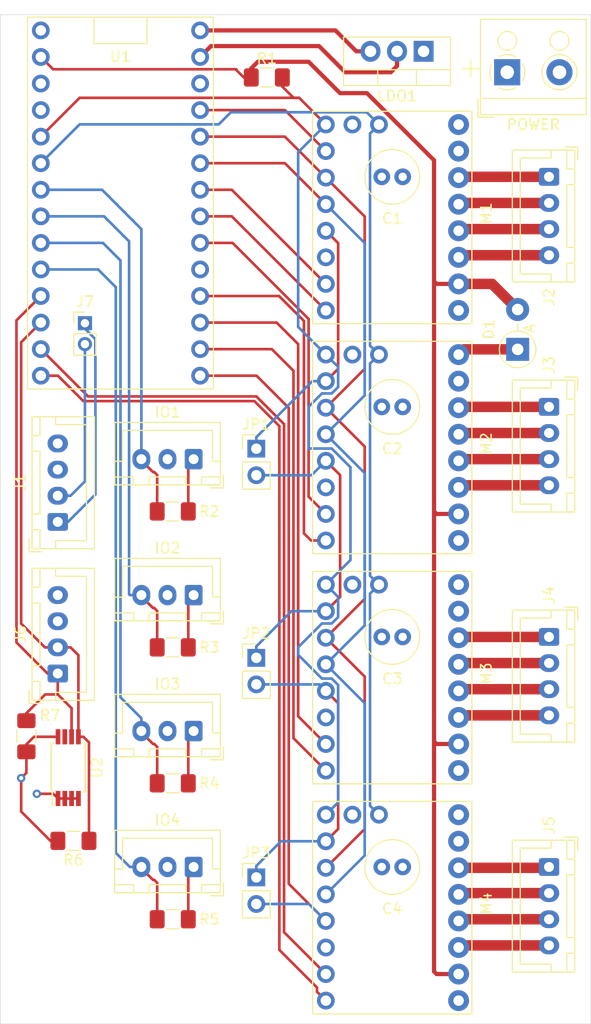
<source format=kicad_pcb>
(kicad_pcb (version 20171130) (host pcbnew 5.1.5+dfsg1-2build2)
  (layers (0 F.Cu signal) (1 In1.Cu signal hide) (2 In2.Cu signal hide) (31 B.Cu signal) (34 B.Paste user) (35 F.Paste user) (36 B.SilkS user hide) (37 F.SilkS user) (38 B.Mask user hide) (39 F.Mask user) (44 Edge.Cuts user))
  (net 0 "")
  (net 1 +12V)
  (net 2 GND)
  (net 3 "Net-(J2-Pad1)")
  (net 4 "Net-(J2-Pad2)")
  (net 5 "Net-(J2-Pad3)")
  (net 6 "Net-(J2-Pad4)")
  (net 7 "Net-(J3-Pad4)")
  (net 8 "Net-(J3-Pad3)")
  (net 9 "Net-(J3-Pad2)")
  (net 10 "Net-(J3-Pad1)")
  (net 11 "Net-(J4-Pad1)")
  (net 12 "Net-(J4-Pad2)")
  (net 13 "Net-(J4-Pad3)")
  (net 14 "Net-(J4-Pad4)")
  (net 15 "Net-(J5-Pad4)")
  (net 16 "Net-(J5-Pad3)")
  (net 17 "Net-(J5-Pad2)")
  (net 18 "Net-(J5-Pad1)")
  (net 19 MOTOR_ENABLE)
  (net 20 MOTOR1_SDI)
  (net 21 MOTOR_SPI_CLK)
  (net 22 MOTOR_CS)
  (net 23 MOTOR1_SDO)
  (net 24 "Net-(M1-Pad6)")
  (net 25 MOTOR1_STEP)
  (net 26 MOTOR1_DIR)
  (net 27 +3V3)
  (net 28 "Net-(M1-Pad17)")
  (net 29 MOTOR_INT)
  (net 30 "Net-(M2-Pad17)")
  (net 31 MOTOR2_DIR)
  (net 32 MOTOR2_STEP)
  (net 33 "Net-(M2-Pad6)")
  (net 34 MOTOR2_SDO)
  (net 35 MOTOR3_SDO)
  (net 36 "Net-(M3-Pad6)")
  (net 37 MOTOR3_STEP)
  (net 38 MOTOR3_DIR)
  (net 39 "Net-(M3-Pad17)")
  (net 40 "Net-(M4-Pad17)")
  (net 41 MOTOR4_DIR)
  (net 42 MOTOR4_STEP)
  (net 43 "Net-(M4-Pad6)")
  (net 44 MOTOR4_SDO)
  (net 45 "Net-(U1-Pad1)")
  (net 46 "Net-(U1-Pad3)")
  (net 47 "Net-(U1-Pad4)")
  (net 48 "Net-(U1-Pad19)")
  (net 49 "Net-(U1-Pad26)")
  (net 50 IO1)
  (net 51 IO2)
  (net 52 IO3)
  (net 53 IO4)
  (net 54 SCL)
  (net 55 SDA)
  (net 56 "Net-(LDO1-Pad3)")
  (net 57 "Net-(J1-Pad1)")
  (net 58 "Net-(J1-Pad2)")
  (net 59 "Net-(U2-Pad7)")
  (module Components:SILENT_STEP_STICK (layer F.Cu) (at 146 72)
    (fp_text reference M2 (at 9 8.5 90) (layer F.SilkS))
    (fp_text value SILENT_STEP_STICK)
    (pad 18 thru_hole circle (at -1.27 0) (size 1.7 1.7) (drill 1) (layers *.Cu *.Mask) (net 29 MOTOR_INT))
    (pad 17 thru_hole circle (at -3.81 0) (size 1.7 1.7) (drill 1) (layers *.Cu *.Mask) (net 30 "Net-(M2-Pad17)"))
    (pad 16 thru_hole circle (at 6.35 0) (size 2 2) (drill 1) (layers *.Cu *.Mask) (net 1 +12V))
    (pad 15 thru_hole circle (at 6.35 2.54) (size 2 2) (drill 1) (layers *.Cu *.Mask) (net 2 GND))
    (pad 14 thru_hole circle (at 6.35 5.08) (size 2 2) (drill 1) (layers *.Cu *.Mask) (net 10 "Net-(J3-Pad1)"))
    (pad 13 thru_hole circle (at 6.35 7.62) (size 2 2) (drill 1) (layers *.Cu *.Mask) (net 9 "Net-(J3-Pad2)"))
    (pad 12 thru_hole circle (at 6.35 10.16) (size 2 2) (drill 1) (layers *.Cu *.Mask) (net 8 "Net-(J3-Pad3)"))
    (pad 11 thru_hole circle (at 6.35 12.7) (size 2 2) (drill 1) (layers *.Cu *.Mask) (net 7 "Net-(J3-Pad4)"))
    (pad 10 thru_hole circle (at 6.35 15.24) (size 2 2) (drill 1) (layers *.Cu *.Mask) (net 27 +3V3))
    (pad 9 thru_hole circle (at 6.35 17.78) (size 2 2) (drill 1) (layers *.Cu *.Mask) (net 2 GND))
    (pad 8 thru_hole circle (at -6.35 17.78) (size 1.7 1.7) (drill 1) (layers *.Cu *.Mask) (net 31 MOTOR2_DIR))
    (pad 7 thru_hole circle (at -6.35 15.24) (size 1.7 1.7) (drill 1) (layers *.Cu *.Mask) (net 32 MOTOR2_STEP))
    (pad 6 thru_hole circle (at -6.35 12.7) (size 1.7 1.7) (drill 1) (layers *.Cu *.Mask) (net 33 "Net-(M2-Pad6)"))
    (pad 5 thru_hole circle (at -6.35 10.16) (size 1.7 1.7) (drill 1) (layers *.Cu *.Mask) (net 34 MOTOR2_SDO))
    (pad 4 thru_hole circle (at -6.35 7.62) (size 1.7 1.7) (drill 1) (layers *.Cu *.Mask) (net 22 MOTOR_CS))
    (pad 3 thru_hole circle (at -6.35 5.08) (size 1.7 1.7) (drill 1) (layers *.Cu *.Mask) (net 21 MOTOR_SPI_CLK))
    (pad 2 thru_hole circle (at -6.35 2.54) (size 1.7 1.7) (drill 1) (layers *.Cu *.Mask) (net 23 MOTOR1_SDO))
    (pad 1 thru_hole circle (at -6.35 0) (size 1.7 1.7) (drill 1) (layers *.Cu *.Mask) (net 19 MOTOR_ENABLE))
  )
  (module Components:SILENT_STEP_STICK (layer F.Cu) (at 146 116)
    (fp_text reference M4 (at 9 8.5 90) (layer F.SilkS))
    (fp_text value SILENT_STEP_STICK)
    (pad 18 thru_hole circle (at -1.27 0) (size 1.7 1.7) (drill 1) (layers *.Cu *.Mask) (net 29 MOTOR_INT))
    (pad 17 thru_hole circle (at -3.81 0) (size 1.7 1.7) (drill 1) (layers *.Cu *.Mask) (net 40 "Net-(M4-Pad17)"))
    (pad 16 thru_hole circle (at 6.35 0) (size 2 2) (drill 1) (layers *.Cu *.Mask) (net 1 +12V))
    (pad 15 thru_hole circle (at 6.35 2.54) (size 2 2) (drill 1) (layers *.Cu *.Mask) (net 2 GND))
    (pad 14 thru_hole circle (at 6.35 5.08) (size 2 2) (drill 1) (layers *.Cu *.Mask) (net 18 "Net-(J5-Pad1)"))
    (pad 13 thru_hole circle (at 6.35 7.62) (size 2 2) (drill 1) (layers *.Cu *.Mask) (net 17 "Net-(J5-Pad2)"))
    (pad 12 thru_hole circle (at 6.35 10.16) (size 2 2) (drill 1) (layers *.Cu *.Mask) (net 16 "Net-(J5-Pad3)"))
    (pad 11 thru_hole circle (at 6.35 12.7) (size 2 2) (drill 1) (layers *.Cu *.Mask) (net 15 "Net-(J5-Pad4)"))
    (pad 10 thru_hole circle (at 6.35 15.24) (size 2 2) (drill 1) (layers *.Cu *.Mask) (net 27 +3V3))
    (pad 9 thru_hole circle (at 6.35 17.78) (size 2 2) (drill 1) (layers *.Cu *.Mask) (net 2 GND))
    (pad 8 thru_hole circle (at -6.35 17.78) (size 1.7 1.7) (drill 1) (layers *.Cu *.Mask) (net 41 MOTOR4_DIR))
    (pad 7 thru_hole circle (at -6.35 15.24) (size 1.7 1.7) (drill 1) (layers *.Cu *.Mask) (net 42 MOTOR4_STEP))
    (pad 6 thru_hole circle (at -6.35 12.7) (size 1.7 1.7) (drill 1) (layers *.Cu *.Mask) (net 43 "Net-(M4-Pad6)"))
    (pad 5 thru_hole circle (at -6.35 10.16) (size 1.7 1.7) (drill 1) (layers *.Cu *.Mask) (net 44 MOTOR4_SDO))
    (pad 4 thru_hole circle (at -6.35 7.62) (size 1.7 1.7) (drill 1) (layers *.Cu *.Mask) (net 22 MOTOR_CS))
    (pad 3 thru_hole circle (at -6.35 5.08) (size 1.7 1.7) (drill 1) (layers *.Cu *.Mask) (net 21 MOTOR_SPI_CLK))
    (pad 2 thru_hole circle (at -6.35 2.54) (size 1.7 1.7) (drill 1) (layers *.Cu *.Mask) (net 35 MOTOR3_SDO))
    (pad 1 thru_hole circle (at -6.35 0) (size 1.7 1.7) (drill 1) (layers *.Cu *.Mask) (net 19 MOTOR_ENABLE))
  )
  (module Components:NRF52840_ITSY_BITSY (layer F.Cu) (at 120 41)
    (fp_text reference U1 (at 0 2.5) (layer F.SilkS))
    (fp_text value NRF52840_ITSY_BITSY)
    (pad 28 thru_hole circle (at 7.62 0) (size 1.7 1.7) (drill 1) (layers *.Cu *.Mask) (net 56 "Net-(LDO1-Pad3)"))
    (pad 27 thru_hole circle (at 7.62 2.54) (size 1.7 1.7) (drill 1) (layers *.Cu *.Mask) (net 2 GND))
    (pad 26 thru_hole circle (at 7.62 5.08) (size 1.7 1.7) (drill 1) (layers *.Cu *.Mask) (net 49 "Net-(U1-Pad26)"))
    (pad 25 thru_hole circle (at 7.62 7.62) (size 1.7 1.7) (drill 1) (layers *.Cu *.Mask) (net 20 MOTOR1_SDI))
    (pad 24 thru_hole circle (at 7.62 10.16) (size 1.7 1.7) (drill 1) (layers *.Cu *.Mask) (net 21 MOTOR_SPI_CLK))
    (pad 23 thru_hole circle (at 7.62 12.7) (size 1.7 1.7) (drill 1) (layers *.Cu *.Mask) (net 22 MOTOR_CS))
    (pad 22 thru_hole circle (at 7.62 15.24) (size 1.7 1.7) (drill 1) (layers *.Cu *.Mask) (net 25 MOTOR1_STEP))
    (pad 21 thru_hole circle (at 7.62 17.78) (size 1.7 1.7) (drill 1) (layers *.Cu *.Mask) (net 26 MOTOR1_DIR))
    (pad 20 thru_hole circle (at 7.62 20.32) (size 1.7 1.7) (drill 1) (layers *.Cu *.Mask) (net 32 MOTOR2_STEP))
    (pad 19 thru_hole circle (at 7.62 22.86) (size 1.7 1.7) (drill 1) (layers *.Cu *.Mask) (net 48 "Net-(U1-Pad19)"))
    (pad 18 thru_hole circle (at 7.62 25.4) (size 1.7 1.7) (drill 1) (layers *.Cu *.Mask) (net 31 MOTOR2_DIR))
    (pad 17 thru_hole circle (at 7.62 27.94) (size 1.7 1.7) (drill 1) (layers *.Cu *.Mask) (net 37 MOTOR3_STEP))
    (pad 16 thru_hole circle (at 7.62 30.48) (size 1.7 1.7) (drill 1) (layers *.Cu *.Mask) (net 38 MOTOR3_DIR))
    (pad 15 thru_hole circle (at 7.62 33.02) (size 1.7 1.7) (drill 1) (layers *.Cu *.Mask) (net 44 MOTOR4_SDO))
    (pad 14 thru_hole circle (at -7.62 33.02) (size 1.7 1.7) (drill 1) (layers *.Cu *.Mask) (net 41 MOTOR4_DIR))
    (pad 13 thru_hole circle (at -7.62 30.48) (size 1.7 1.7) (drill 1) (layers *.Cu *.Mask) (net 42 MOTOR4_STEP))
    (pad 12 thru_hole circle (at -7.62 27.94) (size 1.7 1.7) (drill 1) (layers *.Cu *.Mask) (net 55 SDA))
    (pad 11 thru_hole circle (at -7.62 25.4) (size 1.7 1.7) (drill 1) (layers *.Cu *.Mask) (net 54 SCL))
    (pad 10 thru_hole circle (at -7.62 22.86) (size 1.7 1.7) (drill 1) (layers *.Cu *.Mask) (net 53 IO4))
    (pad 9 thru_hole circle (at -7.62 20.32) (size 1.7 1.7) (drill 1) (layers *.Cu *.Mask) (net 52 IO3))
    (pad 8 thru_hole circle (at -7.62 17.78) (size 1.7 1.7) (drill 1) (layers *.Cu *.Mask) (net 51 IO2))
    (pad 7 thru_hole circle (at -7.62 15.24) (size 1.7 1.7) (drill 1) (layers *.Cu *.Mask) (net 50 IO1))
    (pad 6 thru_hole circle (at -7.62 12.7) (size 1.7 1.7) (drill 1) (layers *.Cu *.Mask) (net 29 MOTOR_INT))
    (pad 5 thru_hole circle (at -7.62 10.16) (size 1.7 1.7) (drill 1) (layers *.Cu *.Mask) (net 19 MOTOR_ENABLE))
    (pad 4 thru_hole circle (at -7.62 7.62) (size 1.7 1.7) (drill 1) (layers *.Cu *.Mask) (net 47 "Net-(U1-Pad4)"))
    (pad 3 thru_hole circle (at -7.62 5.08) (size 1.7 1.7) (drill 1) (layers *.Cu *.Mask) (net 46 "Net-(U1-Pad3)"))
    (pad 2 thru_hole circle (at -7.62 2.54) (size 1.7 1.7) (drill 1) (layers *.Cu *.Mask) (net 27 +3V3))
    (pad 1 thru_hole circle (at -7.62 0) (size 1.7 1.7) (drill 1) (layers *.Cu *.Mask) (net 45 "Net-(U1-Pad1)"))
  )
  (module Components:SILENT_STEP_STICK (layer F.Cu) (at 146 50)
    (fp_text reference M1 (at 9 8.5 90) (layer F.SilkS))
    (fp_text value SILENT_STEP_STICK)
    (pad 18 thru_hole circle (at -1.27 0) (size 1.7 1.7) (drill 1) (layers *.Cu *.Mask) (net 29 MOTOR_INT))
    (pad 17 thru_hole circle (at -3.81 0) (size 1.7 1.7) (drill 1) (layers *.Cu *.Mask) (net 28 "Net-(M1-Pad17)"))
    (pad 16 thru_hole circle (at 6.35 0) (size 2 2) (drill 1) (layers *.Cu *.Mask) (net 1 +12V))
    (pad 15 thru_hole circle (at 6.35 2.54) (size 2 2) (drill 1) (layers *.Cu *.Mask) (net 2 GND))
    (pad 14 thru_hole circle (at 6.35 5.08) (size 2 2) (drill 1) (layers *.Cu *.Mask) (net 3 "Net-(J2-Pad1)"))
    (pad 13 thru_hole circle (at 6.35 7.62) (size 2 2) (drill 1) (layers *.Cu *.Mask) (net 4 "Net-(J2-Pad2)"))
    (pad 12 thru_hole circle (at 6.35 10.16) (size 2 2) (drill 1) (layers *.Cu *.Mask) (net 5 "Net-(J2-Pad3)"))
    (pad 11 thru_hole circle (at 6.35 12.7) (size 2 2) (drill 1) (layers *.Cu *.Mask) (net 6 "Net-(J2-Pad4)"))
    (pad 10 thru_hole circle (at 6.35 15.24) (size 2 2) (drill 1) (layers *.Cu *.Mask) (net 27 +3V3))
    (pad 9 thru_hole circle (at 6.35 17.78) (size 2 2) (drill 1) (layers *.Cu *.Mask) (net 2 GND))
    (pad 8 thru_hole circle (at -6.35 17.78) (size 1.7 1.7) (drill 1) (layers *.Cu *.Mask) (net 26 MOTOR1_DIR))
    (pad 7 thru_hole circle (at -6.35 15.24) (size 1.7 1.7) (drill 1) (layers *.Cu *.Mask) (net 25 MOTOR1_STEP))
    (pad 6 thru_hole circle (at -6.35 12.7) (size 1.7 1.7) (drill 1) (layers *.Cu *.Mask) (net 24 "Net-(M1-Pad6)"))
    (pad 5 thru_hole circle (at -6.35 10.16) (size 1.7 1.7) (drill 1) (layers *.Cu *.Mask) (net 23 MOTOR1_SDO))
    (pad 4 thru_hole circle (at -6.35 7.62) (size 1.7 1.7) (drill 1) (layers *.Cu *.Mask) (net 22 MOTOR_CS))
    (pad 3 thru_hole circle (at -6.35 5.08) (size 1.7 1.7) (drill 1) (layers *.Cu *.Mask) (net 21 MOTOR_SPI_CLK))
    (pad 2 thru_hole circle (at -6.35 2.54) (size 1.7 1.7) (drill 1) (layers *.Cu *.Mask) (net 20 MOTOR1_SDI))
    (pad 1 thru_hole circle (at -6.35 0) (size 1.7 1.7) (drill 1) (layers *.Cu *.Mask) (net 19 MOTOR_ENABLE))
  )
  (module Components:SILENT_STEP_STICK (layer F.Cu) (at 146 94)
    (fp_text reference M3 (at 9 8.5 90) (layer F.SilkS))
    (fp_text value SILENT_STEP_STICK)
    (pad 18 thru_hole circle (at -1.27 0) (size 1.7 1.7) (drill 1) (layers *.Cu *.Mask) (net 29 MOTOR_INT))
    (pad 17 thru_hole circle (at -3.81 0) (size 1.7 1.7) (drill 1) (layers *.Cu *.Mask) (net 39 "Net-(M3-Pad17)"))
    (pad 16 thru_hole circle (at 6.35 0) (size 2 2) (drill 1) (layers *.Cu *.Mask) (net 1 +12V))
    (pad 15 thru_hole circle (at 6.35 2.54) (size 2 2) (drill 1) (layers *.Cu *.Mask) (net 2 GND))
    (pad 14 thru_hole circle (at 6.35 5.08) (size 2 2) (drill 1) (layers *.Cu *.Mask) (net 11 "Net-(J4-Pad1)"))
    (pad 13 thru_hole circle (at 6.35 7.62) (size 2 2) (drill 1) (layers *.Cu *.Mask) (net 12 "Net-(J4-Pad2)"))
    (pad 12 thru_hole circle (at 6.35 10.16) (size 2 2) (drill 1) (layers *.Cu *.Mask) (net 13 "Net-(J4-Pad3)"))
    (pad 11 thru_hole circle (at 6.35 12.7) (size 2 2) (drill 1) (layers *.Cu *.Mask) (net 14 "Net-(J4-Pad4)"))
    (pad 10 thru_hole circle (at 6.35 15.24) (size 2 2) (drill 1) (layers *.Cu *.Mask) (net 27 +3V3))
    (pad 9 thru_hole circle (at 6.35 17.78) (size 2 2) (drill 1) (layers *.Cu *.Mask) (net 2 GND))
    (pad 8 thru_hole circle (at -6.35 17.78) (size 1.7 1.7) (drill 1) (layers *.Cu *.Mask) (net 38 MOTOR3_DIR))
    (pad 7 thru_hole circle (at -6.35 15.24) (size 1.7 1.7) (drill 1) (layers *.Cu *.Mask) (net 37 MOTOR3_STEP))
    (pad 6 thru_hole circle (at -6.35 12.7) (size 1.7 1.7) (drill 1) (layers *.Cu *.Mask) (net 36 "Net-(M3-Pad6)"))
    (pad 5 thru_hole circle (at -6.35 10.16) (size 1.7 1.7) (drill 1) (layers *.Cu *.Mask) (net 35 MOTOR3_SDO))
    (pad 4 thru_hole circle (at -6.35 7.62) (size 1.7 1.7) (drill 1) (layers *.Cu *.Mask) (net 22 MOTOR_CS))
    (pad 3 thru_hole circle (at -6.35 5.08) (size 1.7 1.7) (drill 1) (layers *.Cu *.Mask) (net 21 MOTOR_SPI_CLK))
    (pad 2 thru_hole circle (at -6.35 2.54) (size 1.7 1.7) (drill 1) (layers *.Cu *.Mask) (net 34 MOTOR2_SDO))
    (pad 1 thru_hole circle (at -6.35 0) (size 1.7 1.7) (drill 1) (layers *.Cu *.Mask) (net 19 MOTOR_ENABLE))
  )
  (module Capacitor_THT:C_Radial_D5.0mm_H11.0mm_P2.00mm (layer F.Cu) (at 145 55)
    (fp_text reference C1 (at 1 4) (layer F.SilkS))
    (fp_text value 100uF)
    (pad 2 thru_hole circle (at 2 0) (size 1.6 1.6) (drill 0.8) (layers *.Cu *.Mask) (net 2 GND))
    (pad 1 thru_hole circle (at 0 0) (size 1.6 1.6) (drill 0.8) (layers *.Cu *.Mask) (net 1 +12V))
  )
  (module Capacitor_THT:C_Radial_D5.0mm_H11.0mm_P2.00mm (layer F.Cu) (at 145 77)
    (fp_text reference C2 (at 1 4) (layer F.SilkS))
    (fp_text value 100uF)
    (pad 2 thru_hole circle (at 2 0) (size 1.6 1.6) (drill 0.8) (layers *.Cu *.Mask) (net 2 GND))
    (pad 1 thru_hole circle (at 0 0) (size 1.6 1.6) (drill 0.8) (layers *.Cu *.Mask) (net 1 +12V))
  )
  (module Capacitor_THT:C_Radial_D5.0mm_H11.0mm_P2.00mm (layer F.Cu) (at 145 99)
    (fp_text reference C3 (at 1 4) (layer F.SilkS))
    (fp_text value 100uF)
    (pad 2 thru_hole circle (at 2 0) (size 1.6 1.6) (drill 0.8) (layers *.Cu *.Mask) (net 2 GND))
    (pad 1 thru_hole circle (at 0 0) (size 1.6 1.6) (drill 0.8) (layers *.Cu *.Mask) (net 1 +12V))
  )
  (module Capacitor_THT:C_Radial_D5.0mm_H11.0mm_P2.00mm (layer F.Cu) (at 145 121)
    (fp_text reference C4 (at 1 4) (layer F.SilkS))
    (fp_text value 100uF)
    (pad 2 thru_hole circle (at 2 0) (size 1.6 1.6) (drill 0.8) (layers *.Cu *.Mask) (net 2 GND))
    (pad 1 thru_hole circle (at 0 0) (size 1.6 1.6) (drill 0.8) (layers *.Cu *.Mask) (net 1 +12V))
  )
  (module Connector_JST:JST_XH_B3B-XH-A_1x03_P2.50mm_Vertical (layer F.Cu) (at 127 82 180)
    (fp_text reference IO1 (at 2.5 4.5) (layer F.SilkS))
    (fp_text value Conn_01x03)
    (pad 3 thru_hole oval (at 5 0 180) (size 1.7 1.95) (drill 0.95) (layers *.Cu *.Mask) (net 50 IO1))
    (pad 2 thru_hole oval (at 2.5 0 180) (size 1.7 1.95) (drill 0.95) (layers *.Cu *.Mask) (net 2 GND))
    (pad 1 thru_hole roundrect (at 0 0 180) (size 1.7 1.95) (drill 0.95) (layers *.Cu *.Mask) (roundrect_rratio 0.147059) (net 27 +3V3))
  )
  (module Connector_JST:JST_XH_B3B-XH-A_1x03_P2.50mm_Vertical (layer F.Cu) (at 127 95 180)
    (fp_text reference IO2 (at 2.5 4.5) (layer F.SilkS))
    (fp_text value Conn_01x03)
    (pad 3 thru_hole oval (at 5 0 180) (size 1.7 1.95) (drill 0.95) (layers *.Cu *.Mask) (net 51 IO2))
    (pad 2 thru_hole oval (at 2.5 0 180) (size 1.7 1.95) (drill 0.95) (layers *.Cu *.Mask) (net 2 GND))
    (pad 1 thru_hole roundrect (at 0 0 180) (size 1.7 1.95) (drill 0.95) (layers *.Cu *.Mask) (roundrect_rratio 0.147059) (net 27 +3V3))
  )
  (module Connector_JST:JST_XH_B3B-XH-A_1x03_P2.50mm_Vertical (layer F.Cu) (at 127 108 180)
    (fp_text reference IO3 (at 2.5 4.5) (layer F.SilkS))
    (fp_text value Conn_01x03)
    (pad 3 thru_hole oval (at 5 0 180) (size 1.7 1.95) (drill 0.95) (layers *.Cu *.Mask) (net 52 IO3))
    (pad 2 thru_hole oval (at 2.5 0 180) (size 1.7 1.95) (drill 0.95) (layers *.Cu *.Mask) (net 2 GND))
    (pad 1 thru_hole roundrect (at 0 0 180) (size 1.7 1.95) (drill 0.95) (layers *.Cu *.Mask) (roundrect_rratio 0.147059) (net 27 +3V3))
  )
  (module Connector_JST:JST_XH_B3B-XH-A_1x03_P2.50mm_Vertical (layer F.Cu) (at 127 121 180)
    (fp_text reference IO4 (at 2.5 4.5) (layer F.SilkS))
    (fp_text value Conn_01x03)
    (pad 3 thru_hole oval (at 5 0 180) (size 1.7 1.95) (drill 0.95) (layers *.Cu *.Mask) (net 53 IO4))
    (pad 2 thru_hole oval (at 2.5 0 180) (size 1.7 1.95) (drill 0.95) (layers *.Cu *.Mask) (net 2 GND))
    (pad 1 thru_hole roundrect (at 0 0 180) (size 1.7 1.95) (drill 0.95) (layers *.Cu *.Mask) (roundrect_rratio 0.147059) (net 27 +3V3))
  )
  (module Package_TO_SOT_THT:TO-220-3_Vertical (layer F.Cu) (at 149 43 180)
    (fp_text reference LDO1 (at 2.54 -4.27) (layer F.SilkS))
    (fp_text value Conn_01x03)
    (pad 3 thru_hole oval (at 5.08 0 180) (size 1.905 2) (drill 1.1) (layers *.Cu *.Mask) (net 56 "Net-(LDO1-Pad3)"))
    (pad 2 thru_hole oval (at 2.54 0 180) (size 1.905 2) (drill 1.1) (layers *.Cu *.Mask) (net 2 GND))
    (pad 1 thru_hole rect (at 0 0 180) (size 1.905 2) (drill 1.1) (layers *.Cu *.Mask) (net 1 +12V))
  )
  (module TerminalBlock_RND:TerminalBlock_RND_205-00001_1x02_P5.00mm_Horizontal (layer F.Cu) (at 157 45)
    (fp_text reference POWER (at 2.5 5) (layer F.SilkS))
    (fp_text value Conn_01x02)
    (pad 2 thru_hole circle (at 5 0) (size 2.5 2.5) (drill 1.3) (layers *.Cu *.Mask) (net 2 GND))
    (pad 1 thru_hole rect (at 0 0) (size 2.5 2.5) (drill 1.3) (layers *.Cu *.Mask) (net 1 +12V))
  )
  (module Resistor_SMD:R_1206_3216Metric_Pad1.42x1.75mm_HandSolder (layer F.Cu) (at 134 45.5)
    (fp_text reference R1 (at 0 -1.82) (layer F.SilkS))
    (fp_text value 10K)
    (pad 2 smd roundrect (at 1.4875 0) (size 1.425 1.75) (layers F.Cu F.Paste F.Mask) (roundrect_rratio 0.175439) (net 19 MOTOR_ENABLE))
    (pad 1 smd roundrect (at -1.4875 0) (size 1.425 1.75) (layers F.Cu F.Paste F.Mask) (roundrect_rratio 0.175439) (net 27 +3V3))
  )
  (module Resistor_SMD:R_1206_3216Metric_Pad1.42x1.75mm_HandSolder (layer F.Cu) (at 125 87)
    (fp_text reference R2 (at 3.5 0) (layer F.SilkS))
    (fp_text value 10K)
    (pad 2 smd roundrect (at 1.4875 0) (size 1.425 1.75) (layers F.Cu F.Paste F.Mask) (roundrect_rratio 0.175439) (net 27 +3V3))
    (pad 1 smd roundrect (at -1.4875 0) (size 1.425 1.75) (layers F.Cu F.Paste F.Mask) (roundrect_rratio 0.175439) (net 50 IO1))
  )
  (module Resistor_SMD:R_1206_3216Metric_Pad1.42x1.75mm_HandSolder (layer F.Cu) (at 125 100)
    (fp_text reference R3 (at 3.5 0) (layer F.SilkS))
    (fp_text value 10K)
    (pad 2 smd roundrect (at 1.4875 0) (size 1.425 1.75) (layers F.Cu F.Paste F.Mask) (roundrect_rratio 0.175439) (net 27 +3V3))
    (pad 1 smd roundrect (at -1.4875 0) (size 1.425 1.75) (layers F.Cu F.Paste F.Mask) (roundrect_rratio 0.175439) (net 51 IO2))
  )
  (module Resistor_SMD:R_1206_3216Metric_Pad1.42x1.75mm_HandSolder (layer F.Cu) (at 125 113)
    (fp_text reference R4 (at 3.5 0) (layer F.SilkS))
    (fp_text value 10K)
    (pad 2 smd roundrect (at 1.4875 0) (size 1.425 1.75) (layers F.Cu F.Paste F.Mask) (roundrect_rratio 0.175439) (net 27 +3V3))
    (pad 1 smd roundrect (at -1.4875 0) (size 1.425 1.75) (layers F.Cu F.Paste F.Mask) (roundrect_rratio 0.175439) (net 52 IO3))
  )
  (module Resistor_SMD:R_1206_3216Metric_Pad1.42x1.75mm_HandSolder (layer F.Cu) (at 125 126)
    (fp_text reference R5 (at 3.5 0) (layer F.SilkS))
    (fp_text value 10K)
    (pad 2 smd roundrect (at 1.4875 0) (size 1.425 1.75) (layers F.Cu F.Paste F.Mask) (roundrect_rratio 0.175439) (net 27 +3V3))
    (pad 1 smd roundrect (at -1.4875 0) (size 1.425 1.75) (layers F.Cu F.Paste F.Mask) (roundrect_rratio 0.175439) (net 53 IO4))
  )
  (module Resistor_SMD:R_1206_3216Metric_Pad1.42x1.75mm_HandSolder (layer F.Cu) (at 115.5 118.5 180)
    (fp_text reference R6 (at 0 -1.82) (layer F.SilkS))
    (fp_text value 2K)
    (pad 2 smd roundrect (at 1.4875 0 180) (size 1.425 1.75) (layers F.Cu F.Paste F.Mask) (roundrect_rratio 0.175439) (net 27 +3V3))
    (pad 1 smd roundrect (at -1.4875 0 180) (size 1.425 1.75) (layers F.Cu F.Paste F.Mask) (roundrect_rratio 0.175439) (net 55 SDA))
  )
  (module Resistor_SMD:R_1206_3216Metric_Pad1.42x1.75mm_HandSolder (layer F.Cu) (at 111 108.5 270)
    (fp_text reference R7 (at -2 -2.25 180) (layer F.SilkS))
    (fp_text value 2K)
    (pad 2 smd roundrect (at 1.4875 0 270) (size 1.425 1.75) (layers F.Cu F.Paste F.Mask) (roundrect_rratio 0.175439) (net 27 +3V3))
    (pad 1 smd roundrect (at -1.4875 0 270) (size 1.425 1.75) (layers F.Cu F.Paste F.Mask) (roundrect_rratio 0.175439) (net 54 SCL))
  )
  (module Connector_JST:JST_XH_B4B-XH-A_1x04_P2.50mm_Vertical (layer F.Cu) (at 161 55 270)
    (fp_text reference J2 (at 11.5 0 90) (layer F.SilkS))
    (fp_text value Conn_01x04)
    (pad 4 thru_hole oval (at 7.5 0 270) (size 1.7 1.95) (drill 0.95) (layers *.Cu *.Mask) (net 6 "Net-(J2-Pad4)"))
    (pad 3 thru_hole oval (at 5 0 270) (size 1.7 1.95) (drill 0.95) (layers *.Cu *.Mask) (net 5 "Net-(J2-Pad3)"))
    (pad 2 thru_hole oval (at 2.5 0 270) (size 1.7 1.95) (drill 0.95) (layers *.Cu *.Mask) (net 4 "Net-(J2-Pad2)"))
    (pad 1 thru_hole roundrect (at 0 0 270) (size 1.7 1.95) (drill 0.95) (layers *.Cu *.Mask) (roundrect_rratio 0.147059) (net 3 "Net-(J2-Pad1)"))
  )
  (module Connector_JST:JST_XH_B4B-XH-A_1x04_P2.50mm_Vertical (layer F.Cu) (at 161 77 270)
    (fp_text reference J3 (at -4 0 90) (layer F.SilkS))
    (fp_text value Conn_01x04)
    (pad 4 thru_hole oval (at 7.5 0 270) (size 1.7 1.95) (drill 0.95) (layers *.Cu *.Mask) (net 7 "Net-(J3-Pad4)"))
    (pad 3 thru_hole oval (at 5 0 270) (size 1.7 1.95) (drill 0.95) (layers *.Cu *.Mask) (net 8 "Net-(J3-Pad3)"))
    (pad 2 thru_hole oval (at 2.5 0 270) (size 1.7 1.95) (drill 0.95) (layers *.Cu *.Mask) (net 9 "Net-(J3-Pad2)"))
    (pad 1 thru_hole roundrect (at 0 0 270) (size 1.7 1.95) (drill 0.95) (layers *.Cu *.Mask) (roundrect_rratio 0.147059) (net 10 "Net-(J3-Pad1)"))
  )
  (module Connector_JST:JST_XH_B4B-XH-A_1x04_P2.50mm_Vertical (layer F.Cu) (at 161 99 270)
    (fp_text reference J4 (at -4 0 90) (layer F.SilkS))
    (fp_text value Conn_01x04)
    (pad 4 thru_hole oval (at 7.5 0 270) (size 1.7 1.95) (drill 0.95) (layers *.Cu *.Mask) (net 14 "Net-(J4-Pad4)"))
    (pad 3 thru_hole oval (at 5 0 270) (size 1.7 1.95) (drill 0.95) (layers *.Cu *.Mask) (net 13 "Net-(J4-Pad3)"))
    (pad 2 thru_hole oval (at 2.5 0 270) (size 1.7 1.95) (drill 0.95) (layers *.Cu *.Mask) (net 12 "Net-(J4-Pad2)"))
    (pad 1 thru_hole roundrect (at 0 0 270) (size 1.7 1.95) (drill 0.95) (layers *.Cu *.Mask) (roundrect_rratio 0.147059) (net 11 "Net-(J4-Pad1)"))
  )
  (module Connector_JST:JST_XH_B4B-XH-A_1x04_P2.50mm_Vertical (layer F.Cu) (at 161 121 270)
    (fp_text reference J5 (at -4 0 90) (layer F.SilkS))
    (fp_text value Conn_01x04)
    (pad 4 thru_hole oval (at 7.5 0 270) (size 1.7 1.95) (drill 0.95) (layers *.Cu *.Mask) (net 15 "Net-(J5-Pad4)"))
    (pad 3 thru_hole oval (at 5 0 270) (size 1.7 1.95) (drill 0.95) (layers *.Cu *.Mask) (net 16 "Net-(J5-Pad3)"))
    (pad 2 thru_hole oval (at 2.5 0 270) (size 1.7 1.95) (drill 0.95) (layers *.Cu *.Mask) (net 17 "Net-(J5-Pad2)"))
    (pad 1 thru_hole roundrect (at 0 0 270) (size 1.7 1.95) (drill 0.95) (layers *.Cu *.Mask) (roundrect_rratio 0.147059) (net 18 "Net-(J5-Pad1)"))
  )
  (module Connector_JST:JST_XH_B4B-XH-A_1x04_P2.50mm_Vertical (layer F.Cu) (at 114 102.5 90)
    (fp_text reference J6 (at 3.75 -3.55 90) (layer F.SilkS))
    (fp_text value Conn_01x04)
    (pad 4 thru_hole oval (at 7.5 0 90) (size 1.7 1.95) (drill 0.95) (layers *.Cu *.Mask) (net 2 GND))
    (pad 3 thru_hole oval (at 5 0 90) (size 1.7 1.95) (drill 0.95) (layers *.Cu *.Mask) (net 27 +3V3))
    (pad 2 thru_hole oval (at 2.5 0 90) (size 1.7 1.95) (drill 0.95) (layers *.Cu *.Mask) (net 55 SDA))
    (pad 1 thru_hole roundrect (at 0 0 90) (size 1.7 1.95) (drill 0.95) (layers *.Cu *.Mask) (roundrect_rratio 0.147059) (net 54 SCL))
  )
  (module Connector_JST:JST_XH_B4B-XH-A_1x04_P2.50mm_Vertical (layer F.Cu) (at 114 88 90)
    (fp_text reference J1 (at 3.75 -3.55 90) (layer F.SilkS))
    (fp_text value SWD)
    (pad 4 thru_hole oval (at 7.5 0 90) (size 1.7 1.95) (drill 0.95) (layers *.Cu *.Mask) (net 2 GND))
    (pad 3 thru_hole oval (at 5 0 90) (size 1.7 1.95) (drill 0.95) (layers *.Cu *.Mask) (net 27 +3V3))
    (pad 2 thru_hole oval (at 2.5 0 90) (size 1.7 1.95) (drill 0.95) (layers *.Cu *.Mask) (net 58 "Net-(J1-Pad2)"))
    (pad 1 thru_hole roundrect (at 0 0 90) (size 1.7 1.95) (drill 0.95) (layers *.Cu *.Mask) (roundrect_rratio 0.147059) (net 57 "Net-(J1-Pad1)"))
  )
  (module Connector_PinHeader_2.00mm:PinHeader_1x02_P2.00mm_Vertical (layer F.Cu) (at 116.6 69)
    (fp_text reference J7 (at 0 -2.06) (layer F.SilkS))
    (fp_text value POGO)
    (pad 2 thru_hole oval (at 0 2) (size 1.35 1.35) (drill 0.8) (layers *.Cu *.Mask) (net 58 "Net-(J1-Pad2)"))
    (pad 1 thru_hole rect (at 0 0) (size 1.35 1.35) (drill 0.8) (layers *.Cu *.Mask) (net 57 "Net-(J1-Pad1)"))
  )
  (module Package_SO:TSSOP-8_4.4x3mm_P0.65mm (layer F.Cu) (at 115 111.5 90)
    (fp_text reference U2 (at 0 2.75 90) (layer F.SilkS))
    (fp_text value 24LC256)
    (pad 8 smd rect (at 2.95 -0.975 90) (size 1.45 0.45) (layers F.Cu F.Paste F.Mask) (net 27 +3V3))
    (pad 7 smd rect (at 2.95 -0.325 90) (size 1.45 0.45) (layers F.Cu F.Paste F.Mask) (net 59 "Net-(U2-Pad7)"))
    (pad 6 smd rect (at 2.95 0.325 90) (size 1.45 0.45) (layers F.Cu F.Paste F.Mask) (net 54 SCL))
    (pad 5 smd rect (at 2.95 0.975 90) (size 1.45 0.45) (layers F.Cu F.Paste F.Mask) (net 55 SDA))
    (pad 4 smd rect (at -2.95 0.975 90) (size 1.45 0.45) (layers F.Cu F.Paste F.Mask) (net 2 GND))
    (pad 3 smd rect (at -2.95 0.325 90) (size 1.45 0.45) (layers F.Cu F.Paste F.Mask) (net 2 GND))
    (pad 2 smd rect (at -2.95 -0.325 90) (size 1.45 0.45) (layers F.Cu F.Paste F.Mask) (net 2 GND))
    (pad 1 smd rect (at -2.95 -0.975 90) (size 1.45 0.45) (layers F.Cu F.Paste F.Mask) (net 2 GND))
  )
  (module Connector_PinHeader_2.54mm:PinHeader_1x02_P2.54mm_Vertical (layer F.Cu) (at 133 81)
    (fp_text reference JP1 (at 0 -2.33) (layer F.SilkS))
    (fp_text value Jumper_2_Open)
    (pad 2 thru_hole oval (at 0 2.54) (size 1.7 1.7) (drill 1) (layers *.Cu *.Mask) (net 34 MOTOR2_SDO))
    (pad 1 thru_hole rect (at 0 0) (size 1.7 1.7) (drill 1) (layers *.Cu *.Mask) (net 23 MOTOR1_SDO))
  )
  (module Connector_PinHeader_2.54mm:PinHeader_1x02_P2.54mm_Vertical (layer F.Cu) (at 133 101)
    (fp_text reference JP2 (at 0 -2.33) (layer F.SilkS))
    (fp_text value Jumper_2_Open)
    (pad 2 thru_hole oval (at 0 2.54) (size 1.7 1.7) (drill 1) (layers *.Cu *.Mask) (net 35 MOTOR3_SDO))
    (pad 1 thru_hole rect (at 0 0) (size 1.7 1.7) (drill 1) (layers *.Cu *.Mask) (net 34 MOTOR2_SDO))
  )
  (module Connector_PinHeader_2.54mm:PinHeader_1x02_P2.54mm_Vertical (layer F.Cu) (at 133 122)
    (fp_text reference JP3 (at 0 -2.33) (layer F.SilkS))
    (fp_text value Jumper_2_Open)
    (pad 2 thru_hole oval (at 0 2.54) (size 1.7 1.7) (drill 1) (layers *.Cu *.Mask) (net 44 MOTOR4_SDO))
    (pad 1 thru_hole rect (at 0 0) (size 1.7 1.7) (drill 1) (layers *.Cu *.Mask) (net 35 MOTOR3_SDO))
  )
  (module Diode_THT:D_DO-41_SOD81_P3.81mm_Vertical_AnodeUp (layer F.Cu) (at 158 71.5 90)
    (fp_text reference D1 (at 1.905 -2.750635 90) (layer F.SilkS))
    (fp_text value D)
    (fp_text user A (at 2.01 1.1 90) (layer F.SilkS))
    (pad 1 thru_hole rect (at 0 0 90) (size 2.2 2.2) (drill 1.1) (layers *.Cu *.Mask) (net 1 +12V))
    (pad 2 thru_hole oval (at 3.81 0 90) (size 2.2 2.2) (drill 1.1) (layers *.Cu *.Mask) (net 27 +3V3))
  )
  (gr_text + (at 153.5 44.5) (layer F.SilkS) (effects (font (size 2 2))))
  (gr_line (start 108.5 39.5) (end 165 39.5) (layer Edge.Cuts) (width 0.05))
  (gr_line (start 108.5 136) (end 108.5 39.5) (layer Edge.Cuts) (width 0.05))
  (gr_line (start 165 136) (end 108.5 136) (layer Edge.Cuts) (width 0.05))
  (gr_line (start 165 39.5) (end 165 136) (layer Edge.Cuts) (width 0.05))
  (segment (start 152.85 71.5) (end 152.35 72) (width 1) (layer F.Cu) (net 1))
  (segment (start 158 71.5) (end 152.85 71.5) (width 1) (layer F.Cu) (net 1))
  (via (at 112 114) (size 0.8) (drill 0.4) (layers F.Cu B.Cu) (net 2))
  (segment (start 115.975 114.45) (end 115.325 114.45) (width 0.25) (layer F.Cu) (net 2))
  (segment (start 115.325 114.45) (end 114.675 114.45) (width 0.25) (layer F.Cu) (net 2))
  (segment (start 114.675 114.45) (end 114.025 114.45) (width 0.25) (layer F.Cu) (net 2))
  (segment (start 113.575 114) (end 114.025 114.45) (width 0.25) (layer F.Cu) (net 2))
  (segment (start 112 114) (end 113.575 114) (width 0.25) (layer F.Cu) (net 2))
  (segment (start 146.46 44.4) (end 145.86 45) (width 0.4) (layer F.Cu) (net 2))
  (segment (start 146.46 43) (end 146.46 44.4) (width 0.4) (layer F.Cu) (net 2))
  (segment (start 145.86 45) (end 141.5 45) (width 0.4) (layer F.Cu) (net 2))
  (segment (start 141.5 45) (end 139 42.5) (width 0.4) (layer F.Cu) (net 2))
  (segment (start 128.66 42.5) (end 127.62 43.54) (width 0.4) (layer F.Cu) (net 2))
  (segment (start 139 42.5) (end 128.66 42.5) (width 0.4) (layer F.Cu) (net 2))
  (segment (start 152.43 55) (end 152.35 55.08) (width 1) (layer F.Cu) (net 3))
  (segment (start 161 55) (end 152.43 55) (width 1) (layer F.Cu) (net 3))
  (segment (start 152.47 57.5) (end 152.35 57.62) (width 1) (layer F.Cu) (net 4))
  (segment (start 161 57.5) (end 152.47 57.5) (width 1) (layer F.Cu) (net 4))
  (segment (start 152.51 60) (end 152.35 60.16) (width 1) (layer F.Cu) (net 5))
  (segment (start 161 60) (end 152.51 60) (width 1) (layer F.Cu) (net 5))
  (segment (start 152.55 62.5) (end 152.35 62.7) (width 1) (layer F.Cu) (net 6))
  (segment (start 161 62.5) (end 152.55 62.5) (width 1) (layer F.Cu) (net 6))
  (segment (start 152.55 84.5) (end 152.35 84.7) (width 1) (layer F.Cu) (net 7))
  (segment (start 161 84.5) (end 152.55 84.5) (width 1) (layer F.Cu) (net 7))
  (segment (start 152.51 82) (end 152.35 82.16) (width 1) (layer F.Cu) (net 8))
  (segment (start 161 82) (end 152.51 82) (width 1) (layer F.Cu) (net 8))
  (segment (start 152.47 79.5) (end 152.35 79.62) (width 1) (layer F.Cu) (net 9))
  (segment (start 161 79.5) (end 152.47 79.5) (width 1) (layer F.Cu) (net 9))
  (segment (start 152.43 77) (end 152.35 77.08) (width 1) (layer F.Cu) (net 10))
  (segment (start 161 77) (end 152.43 77) (width 1) (layer F.Cu) (net 10))
  (segment (start 152.43 99) (end 152.35 99.08) (width 1) (layer F.Cu) (net 11))
  (segment (start 161 99) (end 152.43 99) (width 1) (layer F.Cu) (net 11))
  (segment (start 152.47 101.5) (end 152.35 101.62) (width 1) (layer F.Cu) (net 12))
  (segment (start 161 101.5) (end 152.47 101.5) (width 1) (layer F.Cu) (net 12))
  (segment (start 152.51 104) (end 152.35 104.16) (width 1) (layer F.Cu) (net 13))
  (segment (start 161 104) (end 152.51 104) (width 1) (layer F.Cu) (net 13))
  (segment (start 152.55 106.5) (end 152.35 106.7) (width 1) (layer F.Cu) (net 14))
  (segment (start 161 106.5) (end 152.55 106.5) (width 1) (layer F.Cu) (net 14))
  (segment (start 152.55 128.5) (end 152.35 128.7) (width 1) (layer F.Cu) (net 15))
  (segment (start 161 128.5) (end 152.55 128.5) (width 1) (layer F.Cu) (net 15))
  (segment (start 152.51 126) (end 152.35 126.16) (width 1) (layer F.Cu) (net 16))
  (segment (start 161 126) (end 152.51 126) (width 1) (layer F.Cu) (net 16))
  (segment (start 152.47 123.5) (end 152.35 123.62) (width 1) (layer F.Cu) (net 17))
  (segment (start 161 123.5) (end 152.47 123.5) (width 1) (layer F.Cu) (net 17))
  (segment (start 160.92 121.08) (end 161 121) (width 1) (layer F.Cu) (net 18))
  (segment (start 152.35 121.08) (end 160.92 121.08) (width 1) (layer F.Cu) (net 18))
  (segment (start 113.229999 50.310001) (end 112.38 51.16) (width 0.25) (layer F.Cu) (net 19))
  (segment (start 116.095001 47.444999) (end 113.229999 50.310001) (width 0.25) (layer F.Cu) (net 19))
  (segment (start 137.094999 47.444999) (end 116.095001 47.444999) (width 0.25) (layer F.Cu) (net 19))
  (segment (start 139.65 50) (end 137.094999 47.444999) (width 0.25) (layer F.Cu) (net 19))
  (segment (start 139.275997 102.984999) (end 137 100.709002) (width 0.25) (layer B.Cu) (net 19))
  (segment (start 140.214001 102.984999) (end 139.275997 102.984999) (width 0.25) (layer B.Cu) (net 19))
  (segment (start 140.825001 103.595999) (end 140.214001 102.984999) (width 0.25) (layer B.Cu) (net 19))
  (segment (start 140.825001 114.824999) (end 140.825001 103.595999) (width 0.25) (layer B.Cu) (net 19))
  (segment (start 139.65 116) (end 140.825001 114.824999) (width 0.25) (layer B.Cu) (net 19))
  (segment (start 140.499999 94.849999) (end 139.65 94) (width 0.25) (layer B.Cu) (net 19))
  (segment (start 140.214001 97.715001) (end 140.825001 97.104001) (width 0.25) (layer B.Cu) (net 19))
  (segment (start 140.825001 95.175001) (end 140.499999 94.849999) (width 0.25) (layer B.Cu) (net 19))
  (segment (start 139.275997 97.715001) (end 140.214001 97.715001) (width 0.25) (layer B.Cu) (net 19))
  (segment (start 137 99.990998) (end 139.275997 97.715001) (width 0.25) (layer B.Cu) (net 19))
  (segment (start 140.825001 97.104001) (end 140.825001 95.175001) (width 0.25) (layer B.Cu) (net 19))
  (segment (start 137 100.709002) (end 137 99.990998) (width 0.25) (layer B.Cu) (net 19))
  (segment (start 140.825001 75.104001) (end 140.825001 73.175001) (width 0.25) (layer B.Cu) (net 19))
  (segment (start 140.214001 75.715001) (end 140.825001 75.104001) (width 0.25) (layer B.Cu) (net 19))
  (segment (start 140.499999 72.849999) (end 139.65 72) (width 0.25) (layer B.Cu) (net 19))
  (segment (start 139.275997 75.715001) (end 140.214001 75.715001) (width 0.25) (layer B.Cu) (net 19))
  (segment (start 140.825001 73.175001) (end 140.499999 72.849999) (width 0.25) (layer B.Cu) (net 19))
  (segment (start 138.015001 76.975997) (end 139.275997 75.715001) (width 0.25) (layer B.Cu) (net 19))
  (segment (start 138.015001 80.984999) (end 138.015001 76.975997) (width 0.25) (layer B.Cu) (net 19))
  (segment (start 140.214001 80.984999) (end 138.015001 80.984999) (width 0.25) (layer B.Cu) (net 19))
  (segment (start 142 82.770998) (end 140.214001 80.984999) (width 0.25) (layer B.Cu) (net 19))
  (segment (start 142 91.65) (end 142 82.770998) (width 0.25) (layer B.Cu) (net 19))
  (segment (start 139.65 94) (end 142 91.65) (width 0.25) (layer B.Cu) (net 19))
  (segment (start 139.65 50) (end 137 52.65) (width 0.25) (layer B.Cu) (net 19))
  (segment (start 137 69.35) (end 139.65 72) (width 0.25) (layer B.Cu) (net 19))
  (segment (start 137 52.65) (end 137 69.35) (width 0.25) (layer B.Cu) (net 19))
  (segment (start 137.057499 47.444999) (end 137.094999 47.444999) (width 0.25) (layer F.Cu) (net 19))
  (segment (start 135.4875 45) (end 135.4875 45.875) (width 0.25) (layer F.Cu) (net 19))
  (segment (start 136.557499 47.444999) (end 137.094999 47.444999) (width 0.25) (layer F.Cu) (net 19))
  (segment (start 135.4875 46.375) (end 136.557499 47.444999) (width 0.25) (layer F.Cu) (net 19))
  (segment (start 135.4875 45.5) (end 135.4875 46.375) (width 0.25) (layer F.Cu) (net 19))
  (segment (start 135.73 48.62) (end 127.62 48.62) (width 0.25) (layer F.Cu) (net 20))
  (segment (start 139.65 52.54) (end 135.73 48.62) (width 0.25) (layer F.Cu) (net 20))
  (segment (start 135.73 51.16) (end 139.65 55.08) (width 0.25) (layer F.Cu) (net 21))
  (segment (start 127.62 51.16) (end 135.73 51.16) (width 0.25) (layer F.Cu) (net 21))
  (segment (start 143.365001 58.795001) (end 140.499999 55.929999) (width 0.25) (layer F.Cu) (net 21))
  (segment (start 143.365001 73.364999) (end 143.365001 58.795001) (width 0.25) (layer F.Cu) (net 21))
  (segment (start 140.499999 55.929999) (end 139.65 55.08) (width 0.25) (layer F.Cu) (net 21))
  (segment (start 139.65 77.08) (end 143.365001 73.364999) (width 0.25) (layer F.Cu) (net 21))
  (segment (start 143.365001 80.795001) (end 140.499999 77.929999) (width 0.25) (layer F.Cu) (net 21))
  (segment (start 143.365001 95.364999) (end 143.365001 80.795001) (width 0.25) (layer F.Cu) (net 21))
  (segment (start 140.499999 77.929999) (end 139.65 77.08) (width 0.25) (layer F.Cu) (net 21))
  (segment (start 139.65 99.08) (end 143.365001 95.364999) (width 0.25) (layer F.Cu) (net 21))
  (segment (start 140.499999 99.929999) (end 139.65 99.08) (width 0.25) (layer F.Cu) (net 21))
  (segment (start 143.365001 102.795001) (end 140.499999 99.929999) (width 0.25) (layer F.Cu) (net 21))
  (segment (start 143.365001 117.364999) (end 143.365001 102.795001) (width 0.25) (layer F.Cu) (net 21))
  (segment (start 139.65 121.08) (end 143.365001 117.364999) (width 0.25) (layer F.Cu) (net 21))
  (segment (start 135.73 53.7) (end 139.65 57.62) (width 0.25) (layer F.Cu) (net 22))
  (segment (start 127.62 53.7) (end 135.73 53.7) (width 0.25) (layer F.Cu) (net 22))
  (segment (start 139.65 79.65) (end 139.65 79.62) (width 0.25) (layer B.Cu) (net 22))
  (segment (start 139.65 123.35) (end 139.65 123.62) (width 0.25) (layer B.Cu) (net 22))
  (segment (start 143.365001 75.904999) (end 139.65 79.62) (width 0.25) (layer B.Cu) (net 22))
  (segment (start 143.365001 61.335001) (end 143.365001 75.904999) (width 0.25) (layer B.Cu) (net 22))
  (segment (start 139.65 57.62) (end 143.365001 61.335001) (width 0.25) (layer B.Cu) (net 22))
  (segment (start 140.499999 102.469999) (end 139.65 101.62) (width 0.25) (layer B.Cu) (net 22))
  (segment (start 143.365001 105.335001) (end 140.499999 102.469999) (width 0.25) (layer B.Cu) (net 22))
  (segment (start 143.365001 119.904999) (end 143.365001 105.335001) (width 0.25) (layer B.Cu) (net 22))
  (segment (start 139.65 123.62) (end 143.365001 119.904999) (width 0.25) (layer B.Cu) (net 22))
  (segment (start 140.499999 80.469999) (end 139.65 79.62) (width 0.25) (layer B.Cu) (net 22))
  (segment (start 143.365001 83.335001) (end 140.499999 80.469999) (width 0.25) (layer B.Cu) (net 22))
  (segment (start 143.365001 97.904999) (end 143.365001 83.335001) (width 0.25) (layer B.Cu) (net 22))
  (segment (start 139.65 101.62) (end 143.365001 97.904999) (width 0.25) (layer B.Cu) (net 22))
  (segment (start 140.499999 73.690001) (end 139.65 74.54) (width 0.25) (layer F.Cu) (net 23))
  (segment (start 140.825001 73.364999) (end 140.499999 73.690001) (width 0.25) (layer F.Cu) (net 23))
  (segment (start 140.825001 61.335001) (end 140.825001 73.364999) (width 0.25) (layer F.Cu) (net 23))
  (segment (start 139.65 60.16) (end 140.825001 61.335001) (width 0.25) (layer F.Cu) (net 23))
  (segment (start 138.447919 74.54) (end 139.65 74.54) (width 0.25) (layer B.Cu) (net 23))
  (segment (start 138.36 74.54) (end 138.447919 74.54) (width 0.25) (layer B.Cu) (net 23))
  (segment (start 133 79.9) (end 138.36 74.54) (width 0.25) (layer B.Cu) (net 23))
  (segment (start 133 81) (end 133 79.9) (width 0.25) (layer B.Cu) (net 23))
  (segment (start 130.65 56.24) (end 127.62 56.24) (width 0.25) (layer F.Cu) (net 25))
  (segment (start 139.65 65.24) (end 130.65 56.24) (width 0.25) (layer F.Cu) (net 25))
  (segment (start 127.62 58.78) (end 128.822081 58.78) (width 0.25) (layer F.Cu) (net 26))
  (segment (start 130.65 58.78) (end 127.62 58.78) (width 0.25) (layer F.Cu) (net 26))
  (segment (start 139.65 67.78) (end 130.65 58.78) (width 0.25) (layer F.Cu) (net 26))
  (via (at 110.5 112.5) (size 0.8) (drill 0.4) (layers F.Cu B.Cu) (net 27))
  (segment (start 113.229999 44.389999) (end 112.38 43.54) (width 0.25) (layer F.Cu) (net 27))
  (segment (start 113.555001 44.715001) (end 113.229999 44.389999) (width 0.25) (layer F.Cu) (net 27))
  (segment (start 131.084999 44.715001) (end 113.555001 44.715001) (width 0.25) (layer F.Cu) (net 27))
  (segment (start 143.580002 47) (end 141 47) (width 0.4) (layer F.Cu) (net 27))
  (segment (start 150 53.419998) (end 143.580002 47) (width 0.4) (layer F.Cu) (net 27))
  (segment (start 150.24 131.24) (end 152.35 131.24) (width 0.4) (layer F.Cu) (net 27))
  (segment (start 150 131) (end 150.24 131.24) (width 0.4) (layer F.Cu) (net 27))
  (segment (start 150.24 109.24) (end 150 109) (width 0.4) (layer F.Cu) (net 27))
  (segment (start 152.35 109.24) (end 150.24 109.24) (width 0.4) (layer F.Cu) (net 27))
  (segment (start 150 109) (end 150 131) (width 0.4) (layer F.Cu) (net 27))
  (segment (start 150 106.89) (end 150 109) (width 0.4) (layer F.Cu) (net 27))
  (segment (start 150.24 87.24) (end 150 87) (width 0.4) (layer F.Cu) (net 27))
  (segment (start 152.35 87.24) (end 150.24 87.24) (width 0.4) (layer F.Cu) (net 27))
  (segment (start 150 106.89) (end 150 87) (width 0.4) (layer F.Cu) (net 27))
  (segment (start 150.24 65.24) (end 150 65) (width 0.4) (layer F.Cu) (net 27))
  (segment (start 152.35 65.24) (end 150.24 65.24) (width 0.4) (layer F.Cu) (net 27))
  (segment (start 150 65) (end 150 53.419998) (width 0.4) (layer F.Cu) (net 27))
  (segment (start 150 87) (end 150 65) (width 0.4) (layer F.Cu) (net 27))
  (segment (start 126.4875 108.5125) (end 127 108) (width 0.25) (layer F.Cu) (net 27))
  (segment (start 126.4875 113) (end 126.4875 108.5125) (width 0.25) (layer F.Cu) (net 27))
  (segment (start 126.4875 95.5125) (end 127 95) (width 0.25) (layer F.Cu) (net 27))
  (segment (start 126.4875 100) (end 126.4875 95.5125) (width 0.25) (layer F.Cu) (net 27))
  (segment (start 126.4875 82.5125) (end 127 82) (width 0.25) (layer F.Cu) (net 27))
  (segment (start 126.4875 87) (end 126.4875 82.5125) (width 0.25) (layer F.Cu) (net 27))
  (segment (start 126.4875 121.5125) (end 127 121) (width 0.25) (layer F.Cu) (net 27))
  (segment (start 126.4875 126) (end 126.4875 121.5125) (width 0.25) (layer F.Cu) (net 27))
  (segment (start 155.55 65.24) (end 152.35 65.24) (width 1) (layer F.Cu) (net 27))
  (segment (start 158 67.69) (end 155.55 65.24) (width 1) (layer F.Cu) (net 27))
  (segment (start 111 109.275) (end 111 109.9875) (width 0.25) (layer F.Cu) (net 27))
  (segment (start 111.725 108.55) (end 111 109.275) (width 0.25) (layer F.Cu) (net 27))
  (segment (start 114.025 108.55) (end 111.725 108.55) (width 0.25) (layer F.Cu) (net 27))
  (segment (start 111 112) (end 110.5 112.5) (width 0.25) (layer F.Cu) (net 27))
  (segment (start 111 109.9875) (end 111 112) (width 0.25) (layer F.Cu) (net 27))
  (segment (start 113.3 118.5) (end 114.0125 118.5) (width 0.25) (layer F.Cu) (net 27))
  (segment (start 110.5 115.7) (end 113.3 118.5) (width 0.25) (layer F.Cu) (net 27))
  (segment (start 110.5 112.5) (end 110.5 115.7) (width 0.25) (layer F.Cu) (net 27))
  (segment (start 131.084999 44.784999) (end 131.084999 44.715001) (width 0.25) (layer F.Cu) (net 27))
  (segment (start 131.8 45.5) (end 131.084999 44.784999) (width 0.25) (layer F.Cu) (net 27))
  (segment (start 132.5125 45.5) (end 131.8 45.5) (width 0.25) (layer F.Cu) (net 27))
  (segment (start 132.5125 44.625) (end 133.1375 44) (width 0.4) (layer F.Cu) (net 27))
  (segment (start 132.5125 45.5) (end 132.5125 44.625) (width 0.4) (layer F.Cu) (net 27))
  (segment (start 138 44) (end 141 47) (width 0.4) (layer F.Cu) (net 27))
  (segment (start 133.1375 44) (end 138 44) (width 0.4) (layer F.Cu) (net 27))
  (segment (start 143.880001 71.150001) (end 144.73 72) (width 0.25) (layer B.Cu) (net 29))
  (segment (start 143.874999 71.144999) (end 143.880001 71.150001) (width 0.25) (layer B.Cu) (net 29))
  (segment (start 143.874999 50.855001) (end 143.874999 71.144999) (width 0.25) (layer B.Cu) (net 29))
  (segment (start 144.73 50) (end 143.874999 50.855001) (width 0.25) (layer B.Cu) (net 29))
  (segment (start 143.880001 93.150001) (end 144.73 94) (width 0.25) (layer B.Cu) (net 29))
  (segment (start 143.874999 93.144999) (end 143.880001 93.150001) (width 0.25) (layer B.Cu) (net 29))
  (segment (start 143.874999 72.855001) (end 143.874999 93.144999) (width 0.25) (layer B.Cu) (net 29))
  (segment (start 144.73 72) (end 143.874999 72.855001) (width 0.25) (layer B.Cu) (net 29))
  (segment (start 143.874999 115.144999) (end 143.880001 115.150001) (width 0.25) (layer B.Cu) (net 29))
  (segment (start 143.874999 94.855001) (end 143.874999 115.144999) (width 0.25) (layer B.Cu) (net 29))
  (segment (start 143.880001 115.150001) (end 144.73 116) (width 0.25) (layer B.Cu) (net 29))
  (segment (start 144.73 94) (end 143.874999 94.855001) (width 0.25) (layer B.Cu) (net 29))
  (segment (start 113.229999 52.850001) (end 112.38 53.7) (width 0.25) (layer B.Cu) (net 29))
  (segment (start 116.095001 49.984999) (end 113.229999 52.850001) (width 0.25) (layer B.Cu) (net 29))
  (segment (start 129.406001 49.984999) (end 116.095001 49.984999) (width 0.25) (layer B.Cu) (net 29))
  (segment (start 130.566001 48.824999) (end 129.406001 49.984999) (width 0.25) (layer B.Cu) (net 29))
  (segment (start 143.554999 48.824999) (end 130.566001 48.824999) (width 0.25) (layer B.Cu) (net 29))
  (segment (start 144.73 50) (end 143.554999 48.824999) (width 0.25) (layer B.Cu) (net 29))
  (segment (start 138.235787 89.78) (end 137.54999 89.094203) (width 0.25) (layer F.Cu) (net 31))
  (segment (start 139.65 89.78) (end 138.235787 89.78) (width 0.25) (layer F.Cu) (net 31))
  (segment (start 137.54999 89.094203) (end 137.54999 68.780729) (width 0.25) (layer F.Cu) (net 31))
  (segment (start 135.169261 66.4) (end 127.62 66.4) (width 0.25) (layer F.Cu) (net 31))
  (segment (start 137.54999 68.780729) (end 135.169261 66.4) (width 0.25) (layer F.Cu) (net 31))
  (segment (start 139.65 87.24) (end 138 85.59) (width 0.25) (layer F.Cu) (net 32))
  (segment (start 138 85.59) (end 138 68.594329) (width 0.25) (layer F.Cu) (net 32))
  (segment (start 130.725671 61.32) (end 127.62 61.32) (width 0.25) (layer F.Cu) (net 32))
  (segment (start 138 68.594329) (end 130.725671 61.32) (width 0.25) (layer F.Cu) (net 32))
  (segment (start 140.499999 83.009999) (end 139.65 82.16) (width 0.25) (layer F.Cu) (net 34))
  (segment (start 141.014999 83.524999) (end 140.499999 83.009999) (width 0.25) (layer F.Cu) (net 34))
  (segment (start 141.014999 95.175001) (end 141.014999 83.524999) (width 0.25) (layer F.Cu) (net 34))
  (segment (start 139.65 96.54) (end 141.014999 95.175001) (width 0.25) (layer F.Cu) (net 34))
  (segment (start 138.27 83.54) (end 139.65 82.16) (width 0.25) (layer B.Cu) (net 34))
  (segment (start 133 83.54) (end 138.27 83.54) (width 0.25) (layer B.Cu) (net 34))
  (segment (start 138.447919 96.54) (end 139.65 96.54) (width 0.25) (layer B.Cu) (net 34))
  (segment (start 136.36 96.54) (end 138.447919 96.54) (width 0.25) (layer B.Cu) (net 34))
  (segment (start 133 99.9) (end 136.36 96.54) (width 0.25) (layer B.Cu) (net 34))
  (segment (start 133 101) (end 133 99.9) (width 0.25) (layer B.Cu) (net 34))
  (segment (start 140.825001 117.364999) (end 140.825001 105.335001) (width 0.25) (layer F.Cu) (net 35))
  (segment (start 140.499999 105.009999) (end 139.65 104.16) (width 0.25) (layer F.Cu) (net 35))
  (segment (start 140.825001 105.335001) (end 140.499999 105.009999) (width 0.25) (layer F.Cu) (net 35))
  (segment (start 139.65 118.54) (end 140.825001 117.364999) (width 0.25) (layer F.Cu) (net 35))
  (segment (start 139.03 103.54) (end 139.65 104.16) (width 0.25) (layer B.Cu) (net 35))
  (segment (start 133 103.54) (end 139.03 103.54) (width 0.25) (layer B.Cu) (net 35))
  (segment (start 138.447919 118.54) (end 139.65 118.54) (width 0.25) (layer B.Cu) (net 35))
  (segment (start 135.36 118.54) (end 138.447919 118.54) (width 0.25) (layer B.Cu) (net 35))
  (segment (start 133 120.9) (end 135.36 118.54) (width 0.25) (layer B.Cu) (net 35))
  (segment (start 133 122) (end 133 120.9) (width 0.25) (layer B.Cu) (net 35))
  (segment (start 139.65 109.24) (end 137 106.59) (width 0.25) (layer F.Cu) (net 37))
  (segment (start 137 106.59) (end 137 71) (width 0.25) (layer F.Cu) (net 37))
  (segment (start 134.94 68.94) (end 127.62 68.94) (width 0.25) (layer F.Cu) (net 37))
  (segment (start 137 71) (end 134.94 68.94) (width 0.25) (layer F.Cu) (net 37))
  (segment (start 139.65 111.78) (end 136.54999 108.67999) (width 0.25) (layer F.Cu) (net 38))
  (segment (start 136.54999 108.67999) (end 136.54999 73.54999) (width 0.25) (layer F.Cu) (net 38))
  (segment (start 134.48 71.48) (end 127.62 71.48) (width 0.25) (layer F.Cu) (net 38))
  (segment (start 136.54999 73.54999) (end 134.48 71.48) (width 0.25) (layer F.Cu) (net 38))
  (segment (start 135.19996 128.93004) (end 135.19996 78.83637) (width 0.25) (layer F.Cu) (net 41))
  (segment (start 135.19996 78.83637) (end 132.8136 76.45001) (width 0.25) (layer F.Cu) (net 41))
  (segment (start 132.8136 76.45001) (end 116.45001 76.45001) (width 0.25) (layer F.Cu) (net 41))
  (segment (start 114.02 74.02) (end 112.38 74.02) (width 0.25) (layer F.Cu) (net 41))
  (segment (start 116.45001 76.45001) (end 114.02 74.02) (width 0.25) (layer F.Cu) (net 41))
  (segment (start 138.800001 132.530081) (end 135.19996 128.93004) (width 0.25) (layer F.Cu) (net 41))
  (segment (start 138.800001 132.930001) (end 138.800001 132.530081) (width 0.25) (layer F.Cu) (net 41))
  (segment (start 139.65 133.78) (end 138.800001 132.930001) (width 0.25) (layer F.Cu) (net 41))
  (segment (start 139.65 131.24) (end 135.64997 127.23997) (width 0.25) (layer F.Cu) (net 42))
  (segment (start 135.64997 127.23997) (end 135.64997 78.64997) (width 0.25) (layer F.Cu) (net 42))
  (segment (start 135.64997 78.64997) (end 133 76) (width 0.25) (layer F.Cu) (net 42))
  (segment (start 116.9 76) (end 112.38 71.48) (width 0.25) (layer F.Cu) (net 42))
  (segment (start 133 76) (end 116.9 76) (width 0.25) (layer F.Cu) (net 42))
  (segment (start 127.62 74.02) (end 133.02 74.02) (width 0.25) (layer F.Cu) (net 44))
  (segment (start 138.650001 125.160001) (end 139.65 126.16) (width 0.25) (layer F.Cu) (net 44))
  (segment (start 136.09998 122.60998) (end 138.650001 125.160001) (width 0.25) (layer F.Cu) (net 44))
  (segment (start 136.09998 77.09998) (end 136.09998 122.60998) (width 0.25) (layer F.Cu) (net 44))
  (segment (start 133.02 74.02) (end 136.09998 77.09998) (width 0.25) (layer F.Cu) (net 44))
  (segment (start 138.03 124.54) (end 139.65 126.16) (width 0.25) (layer B.Cu) (net 44))
  (segment (start 133 124.54) (end 138.03 124.54) (width 0.25) (layer B.Cu) (net 44))
  (segment (start 122 82) (end 122 60) (width 0.25) (layer B.Cu) (net 50))
  (segment (start 118.24 56.24) (end 112.38 56.24) (width 0.25) (layer B.Cu) (net 50))
  (segment (start 122 60) (end 118.24 56.24) (width 0.25) (layer B.Cu) (net 50))
  (segment (start 122 82.125) (end 122 82) (width 0.25) (layer F.Cu) (net 50))
  (segment (start 123.1 83.225) (end 122 82.125) (width 0.25) (layer F.Cu) (net 50))
  (segment (start 123.225 83.225) (end 123.1 83.225) (width 0.25) (layer F.Cu) (net 50))
  (segment (start 123.5125 83.5125) (end 123.225 83.225) (width 0.25) (layer F.Cu) (net 50))
  (segment (start 123.5125 87) (end 123.5125 83.5125) (width 0.25) (layer F.Cu) (net 50))
  (segment (start 120.82499 94.92499) (end 120.82499 61.17501) (width 0.25) (layer B.Cu) (net 51))
  (segment (start 120.9 95) (end 120.82499 94.92499) (width 0.25) (layer B.Cu) (net 51))
  (segment (start 122 95) (end 120.9 95) (width 0.25) (layer B.Cu) (net 51))
  (segment (start 118.42998 58.78) (end 112.38 58.78) (width 0.25) (layer B.Cu) (net 51))
  (segment (start 120.82499 61.17501) (end 118.42998 58.78) (width 0.25) (layer B.Cu) (net 51))
  (segment (start 122 95.125) (end 122 95) (width 0.25) (layer F.Cu) (net 51))
  (segment (start 123.1 96.225) (end 122 95.125) (width 0.25) (layer F.Cu) (net 51))
  (segment (start 123.225 96.225) (end 123.1 96.225) (width 0.25) (layer F.Cu) (net 51))
  (segment (start 123.5125 96.5125) (end 123.225 96.225) (width 0.25) (layer F.Cu) (net 51))
  (segment (start 123.5125 100) (end 123.5125 96.5125) (width 0.25) (layer F.Cu) (net 51))
  (segment (start 122 106.775) (end 120 104.775) (width 0.25) (layer B.Cu) (net 52))
  (segment (start 122 108) (end 122 106.775) (width 0.25) (layer B.Cu) (net 52))
  (segment (start 120 104.775) (end 120 63) (width 0.25) (layer B.Cu) (net 52))
  (segment (start 118.32 61.32) (end 112.38 61.32) (width 0.25) (layer B.Cu) (net 52))
  (segment (start 120 63) (end 118.32 61.32) (width 0.25) (layer B.Cu) (net 52))
  (segment (start 122 108.125) (end 122 108) (width 0.25) (layer F.Cu) (net 52))
  (segment (start 123.1 109.225) (end 122 108.125) (width 0.25) (layer F.Cu) (net 52))
  (segment (start 123.225 109.225) (end 123.1 109.225) (width 0.25) (layer F.Cu) (net 52))
  (segment (start 123.5125 109.5125) (end 123.225 109.225) (width 0.25) (layer F.Cu) (net 52))
  (segment (start 123.5125 113) (end 123.5125 109.5125) (width 0.25) (layer F.Cu) (net 52))
  (segment (start 117.86 63.86) (end 112.38 63.86) (width 0.25) (layer B.Cu) (net 53))
  (segment (start 119.54999 65.54999) (end 117.86 63.86) (width 0.25) (layer B.Cu) (net 53))
  (segment (start 119.54999 119.64999) (end 119.54999 65.54999) (width 0.25) (layer B.Cu) (net 53))
  (segment (start 120.9 121) (end 119.54999 119.64999) (width 0.25) (layer B.Cu) (net 53))
  (segment (start 122 121) (end 120.9 121) (width 0.25) (layer B.Cu) (net 53))
  (segment (start 123.1 122.225) (end 122 121.125) (width 0.25) (layer F.Cu) (net 53))
  (segment (start 123.225 122.225) (end 123.1 122.225) (width 0.25) (layer F.Cu) (net 53))
  (segment (start 123.5125 122.5125) (end 123.225 122.225) (width 0.25) (layer F.Cu) (net 53))
  (segment (start 122 121.125) (end 122 121) (width 0.25) (layer F.Cu) (net 53))
  (segment (start 123.5125 126) (end 123.5125 122.5125) (width 0.25) (layer F.Cu) (net 53))
  (segment (start 111.530001 67.249999) (end 112.38 66.4) (width 0.25) (layer F.Cu) (net 54))
  (segment (start 110.049991 68.730009) (end 111.530001 67.249999) (width 0.25) (layer F.Cu) (net 54))
  (segment (start 110.049991 99.524991) (end 110.049991 68.730009) (width 0.25) (layer F.Cu) (net 54))
  (segment (start 113.025 102.5) (end 110.049991 99.524991) (width 0.25) (layer F.Cu) (net 54))
  (segment (start 114 102.5) (end 113.025 102.5) (width 0.25) (layer F.Cu) (net 54))
  (segment (start 114 102.5) (end 114 104.5) (width 0.25) (layer F.Cu) (net 54))
  (segment (start 115.325 105.825) (end 115.325 108.55) (width 0.25) (layer F.Cu) (net 54))
  (segment (start 114 104.5) (end 115.325 105.825) (width 0.25) (layer F.Cu) (net 54))
  (segment (start 112.8 104.5) (end 114 104.5) (width 0.25) (layer F.Cu) (net 54))
  (segment (start 111 106.3) (end 112.8 104.5) (width 0.25) (layer F.Cu) (net 54))
  (segment (start 111 107.0125) (end 111 106.3) (width 0.25) (layer F.Cu) (net 54))
  (segment (start 112.775 100) (end 110.5 97.725) (width 0.25) (layer F.Cu) (net 55))
  (segment (start 114 100) (end 112.775 100) (width 0.25) (layer F.Cu) (net 55))
  (segment (start 110.5 70.82) (end 112.38 68.94) (width 0.25) (layer F.Cu) (net 55))
  (segment (start 110.5 97.725) (end 110.5 70.82) (width 0.25) (layer F.Cu) (net 55))
  (segment (start 115.225 100) (end 114 100) (width 0.25) (layer F.Cu) (net 55))
  (segment (start 115.975 100.75) (end 115.225 100) (width 0.25) (layer F.Cu) (net 55))
  (segment (start 115.975 108.55) (end 115.975 100.75) (width 0.25) (layer F.Cu) (net 55))
  (segment (start 116.45 108.55) (end 115.975 108.55) (width 0.25) (layer F.Cu) (net 55))
  (segment (start 116.9875 109.0875) (end 116.45 108.55) (width 0.25) (layer F.Cu) (net 55))
  (segment (start 116.9875 118.5) (end 116.9875 109.0875) (width 0.25) (layer F.Cu) (net 55))
  (segment (start 128.822081 41) (end 127.62 41) (width 0.4) (layer F.Cu) (net 56))
  (segment (start 142.5675 43) (end 140.5675 41) (width 0.4) (layer F.Cu) (net 56))
  (segment (start 140.5675 41) (end 128.822081 41) (width 0.4) (layer F.Cu) (net 56))
  (segment (start 143.92 43) (end 142.5675 43) (width 0.4) (layer F.Cu) (net 56))
  (segment (start 114.975 88) (end 114 88) (width 0.25) (layer B.Cu) (net 57))
  (segment (start 117.600001 85.374999) (end 114.975 88) (width 0.25) (layer B.Cu) (net 57))
  (segment (start 117.600001 70.519999) (end 117.600001 85.374999) (width 0.25) (layer B.Cu) (net 57))
  (segment (start 116.6 69.519998) (end 117.600001 70.519999) (width 0.25) (layer B.Cu) (net 57))
  (segment (start 116.6 69) (end 116.6 69.519998) (width 0.25) (layer B.Cu) (net 57))
  (segment (start 115.225 85.5) (end 114 85.5) (width 0.25) (layer B.Cu) (net 58))
  (segment (start 116.6 84.125) (end 115.225 85.5) (width 0.25) (layer B.Cu) (net 58))
  (segment (start 116.6 71) (end 116.6 84.125) (width 0.25) (layer B.Cu) (net 58))
)
</source>
